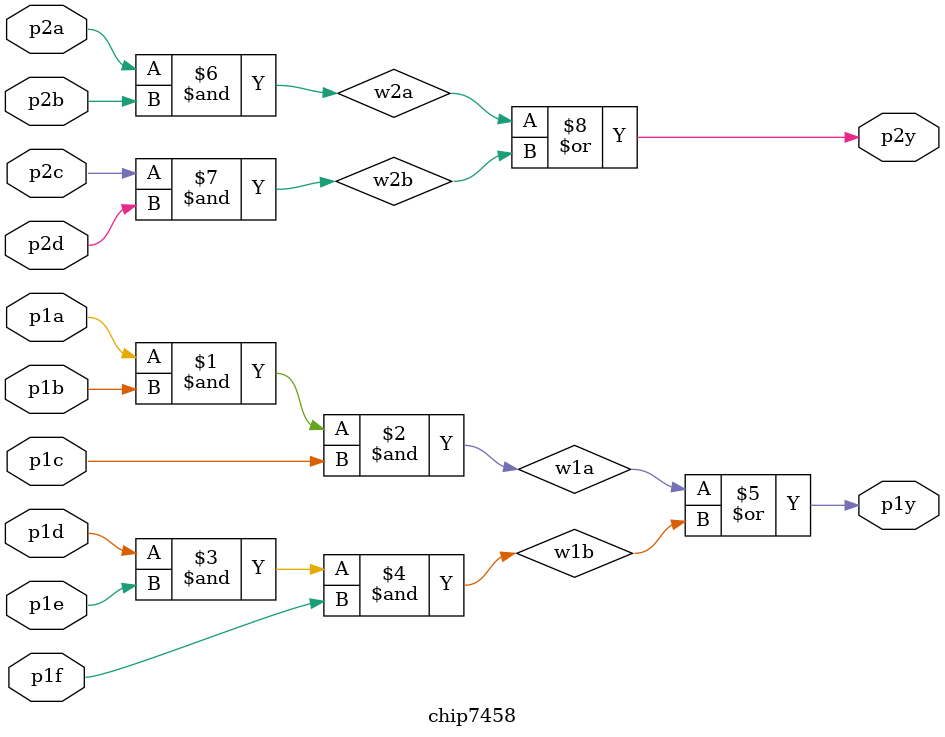
<source format=v>
module chip7458 ( 
    input p1a, p1b, p1c, p1d, p1e, p1f,
    output p1y,
    input p2a, p2b, p2c, p2d,
    output p2y );
    
    wire w1a,w2a,w1b,w2b;
    assign w1a= p1a&p1b&p1c;
    assign w1b= p1d&p1e&p1f;
    assign p1y= w1a|w1b;
    assign w2a= p2a&p2b;
    assign w2b= p2c&p2d;
    assign p2y= w2a|w2b;


endmodule
</source>
